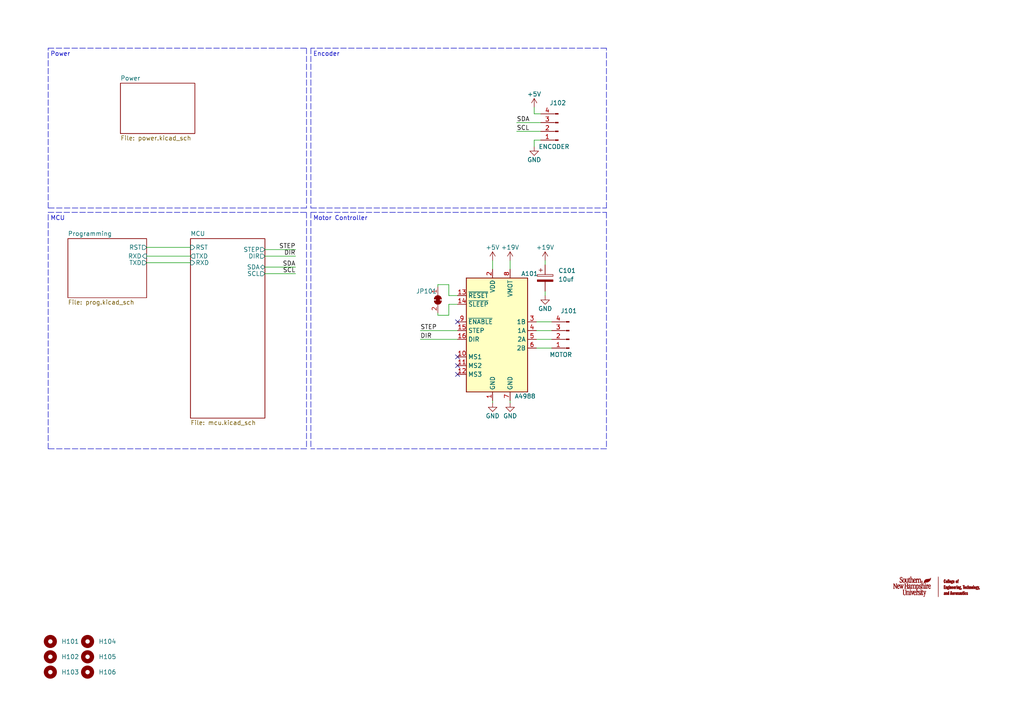
<source format=kicad_sch>
(kicad_sch (version 20211123) (generator eeschema)
  (paper "A4")
  (title_block (title "Inverted Pendulum Controller") (date "${ISSUE}") (rev "${REVISION}") (company "SNHU") (comment 4 "Release: ${FULL_REVISION}"))
  (lib_symbols
    (symbol "Connector:Conn_01x04_Male" (pin_names (offset 1.016) hide)
      (property "Reference" "J" (at 0 5.08 0))
      (property "Value" "Conn_01x04_Male" (at 0 -7.62 0))
      (symbol "Conn_01x04_Male_1_1"
        (pin passive line (at 5.08 2.54 180) (length 3.81) (name "Pin_1") (number "1"))
        (pin passive line (at 5.08 0 180) (length 3.81) (name "Pin_2") (number "2"))
        (pin passive line (at 5.08 -2.54 180) (length 3.81) (name "Pin_3") (number "3"))
        (pin passive line (at 5.08 -5.08 180) (length 3.81) (name "Pin_4") (number "4"))
      )
    )
    (symbol "Device:C_Polarized" (pin_numbers hide) (pin_names (offset 0.254))
      (property "Reference" "C" (at 0.635 2.54 0))
      (property "Value" "C_Polarized" (at 0.635 -2.54 0))
      (symbol "C_Polarized_1_1"
        (pin passive line (at 0 3.81 270) (length 2.794) (name "~") (number "1"))
        (pin passive line (at 0 -3.81 90) (length 2.794) (name "~") (number "2"))
      )
    )
    (symbol "Driver_Motor:Pololu_Breakout_A4988"
      (property "Reference" "A" (at -2.54 19.05 0))
      (property "Value" "Pololu_Breakout_A4988" (at -2.54 16.51 0))
      (symbol "Pololu_Breakout_A4988_1_1"
        (pin power_in line (at 0 -20.32 90) (length 2.54) (name "GND") (number "1"))
        (pin input line (at -10.16 -7.62 0) (length 2.54) (name "MS1") (number "10"))
        (pin input line (at -10.16 -10.16 0) (length 2.54) (name "MS2") (number "11"))
        (pin input line (at -10.16 -12.7 0) (length 2.54) (name "MS3") (number "12"))
        (pin input line (at -10.16 10.16 0) (length 2.54) (name "~{RESET}") (number "13"))
        (pin input line (at -10.16 7.62 0) (length 2.54) (name "~{SLEEP}") (number "14"))
        (pin input line (at -10.16 0 0) (length 2.54) (name "STEP") (number "15"))
        (pin input line (at -10.16 -2.54 0) (length 2.54) (name "DIR") (number "16"))
        (pin power_in line (at 0 17.78 270) (length 2.54) (name "VDD") (number "2"))
        (pin output line (at 12.7 2.54 180) (length 2.54) (name "1B") (number "3"))
        (pin output line (at 12.7 0 180) (length 2.54) (name "1A") (number "4"))
        (pin output line (at 12.7 -2.54 180) (length 2.54) (name "2A") (number "5"))
        (pin output line (at 12.7 -5.08 180) (length 2.54) (name "2B") (number "6"))
        (pin power_in line (at 5.08 -20.32 90) (length 2.54) (name "GND") (number "7"))
        (pin power_in line (at 5.08 17.78 270) (length 2.54) (name "VMOT") (number "8"))
        (pin input line (at -10.16 2.54 0) (length 2.54) (name "~{ENABLE}") (number "9"))
      )
    )
    (symbol "Jumper:SolderJumper_2_Bridged" (pin_names (offset 0) hide)
      (property "Reference" "JP" (at 0 2.032 0))
      (property "Value" "SolderJumper_2_Bridged" (at 0 -2.54 0))
      (symbol "SolderJumper_2_Bridged_1_1"
        (pin passive line (at -3.81 0 0) (length 2.54) (name "A") (number "1"))
        (pin passive line (at 3.81 0 180) (length 2.54) (name "B") (number "2"))
      )
    )
    (symbol "KenwoodFox:+19V" (power) (pin_names (offset 0))
      (property "Value" "+19V" (at 0 3.556 0))
      (symbol "+19V_1_1"
        (pin power_in line (at 0 0 90) (length 0) hide (name "+19V") (number "1"))
      )
    )
    (symbol "KenwoodFox:SNHU_CETA_LOGO" (pin_names (offset 1.016)))
    (symbol "Mechanical:MountingHole" (pin_names (offset 1.016))
      (property "Reference" "H" (at 0 5.08 0))
      (property "Value" "MountingHole" (at 0 3.175 0))
    )
    (symbol "power:+5V" (power) (pin_names (offset 0))
      (property "Value" "+5V" (at 0 3.556 0))
      (symbol "+5V_1_1"
        (pin power_in line (at 0 0 90) (length 0) hide (name "+5V") (number "1"))
      )
    )
    (symbol "power:GND" (power) (pin_names (offset 0))
      (property "Value" "GND" (at 0 -3.81 0))
      (symbol "GND_1_1"
        (pin power_in line (at 0 0 270) (length 0) hide (name "GND") (number "1"))
      )
    )
  )
  (no_connect (at 132.715 106.045))
  (no_connect (at 132.715 103.505))
  (no_connect (at 132.715 93.345))
  (no_connect (at 132.715 108.585))
  (polyline (pts (xy 13.97 61.595) (xy 88.9 61.595)))
  (polyline (pts (xy 13.97 60.325) (xy 13.97 13.97)))
  (wire (pts (xy 158.115 75.565) (xy 158.115 76.835)))
  (wire (pts (xy 132.715 88.265) (xy 130.175 88.265)))
  (wire (pts (xy 121.92 98.425) (xy 132.715 98.425)))
  (wire (pts (xy 42.545 74.295) (xy 55.245 74.295)))
  (polyline (pts (xy 90.17 61.595) (xy 175.895 61.595)))
  (polyline (pts (xy 88.9 61.595) (xy 88.9 130.175)))
  (wire (pts (xy 127 91.44) (xy 127 90.805)))
  (polyline (pts (xy 13.97 13.97) (xy 88.9 13.97)))
  (wire (pts (xy 76.835 74.295) (xy 85.725 74.295)))
  (wire (pts (xy 154.94 42.545) (xy 154.94 40.64)))
  (wire (pts (xy 155.575 95.885) (xy 160.02 95.885)))
  (wire (pts (xy 121.92 95.885) (xy 132.715 95.885)))
  (wire (pts (xy 42.545 76.2) (xy 55.245 76.2)))
  (polyline (pts (xy 88.9 130.175) (xy 13.97 130.175)))
  (wire (pts (xy 42.545 71.755) (xy 55.245 71.755)))
  (wire (pts (xy 149.86 35.56) (xy 156.845 35.56)))
  (wire (pts (xy 130.175 85.725) (xy 132.715 85.725)))
  (wire (pts (xy 76.835 79.375) (xy 85.725 79.375)))
  (wire (pts (xy 155.575 98.425) (xy 160.02 98.425)))
  (polyline (pts (xy 90.17 60.325) (xy 175.895 60.325)))
  (polyline (pts (xy 88.9 60.325) (xy 13.97 60.325)))
  (wire (pts (xy 158.115 84.455) (xy 158.115 85.725)))
  (wire (pts (xy 142.875 75.565) (xy 142.875 78.105)))
  (wire (pts (xy 149.86 38.1) (xy 156.845 38.1)))
  (wire (pts (xy 155.575 100.965) (xy 160.02 100.965)))
  (wire (pts (xy 154.94 33.02) (xy 156.845 33.02)))
  (wire (pts (xy 155.575 93.345) (xy 160.02 93.345)))
  (wire (pts (xy 147.955 75.565) (xy 147.955 78.105)))
  (polyline (pts (xy 175.895 130.175) (xy 90.17 130.175)))
  (polyline (pts (xy 175.895 13.97) (xy 90.17 13.97)))
  (wire (pts (xy 142.875 116.205) (xy 142.875 116.84)))
  (polyline (pts (xy 90.17 61.595) (xy 90.17 130.175)))
  (polyline (pts (xy 175.895 60.325) (xy 175.895 13.97)))
  (wire (pts (xy 130.175 88.265) (xy 130.175 91.44)))
  (wire (pts (xy 127 83.185) (xy 127 82.55)))
  (wire (pts (xy 76.835 77.47) (xy 85.725 77.47)))
  (wire (pts (xy 154.94 40.64) (xy 156.845 40.64)))
  (wire (pts (xy 76.835 72.39) (xy 85.725 72.39)))
  (wire (pts (xy 130.175 91.44) (xy 127 91.44)))
  (polyline (pts (xy 13.97 130.175) (xy 13.97 61.595)))
  (wire (pts (xy 127 82.55) (xy 130.175 82.55)))
  (wire (pts (xy 147.955 116.205) (xy 147.955 116.84)))
  (wire (pts (xy 154.94 31.115) (xy 154.94 33.02)))
  (polyline (pts (xy 88.9 13.97) (xy 88.9 60.325)))
  (wire (pts (xy 130.175 82.55) (xy 130.175 85.725)))
  (polyline (pts (xy 175.895 61.595) (xy 175.895 130.175)))
  (polyline (pts (xy 90.17 13.97) (xy 90.17 60.325)))
  (text "Power" (at 14.605 16.51 0) (effects (font (size 1.27 1.27)) (justify left bottom)))
  (text "Encoder" (at 90.805 16.51 0) (effects (font (size 1.27 1.27)) (justify left bottom)))
  (text "MCU" (at 14.605 64.135 0) (effects (font (size 1.27 1.27)) (justify left bottom)))
  (text "Motor Controller" (at 90.805 64.135 0) (effects (font (size 1.27 1.27)) (justify left bottom)))
  (label "SDA" (at 85.725 77.47 180))
  (label "SDA" (at 149.86 35.56 0))
  (label "SCL" (at 149.86 38.1 0))
  (label "STEP" (at 121.92 95.885 0))
  (label "DIR" (at 85.725 74.295 180))
  (label "DIR" (at 121.92 98.425 0))
  (label "STEP" (at 85.725 72.39 180))
  (label "SCL" (at 85.725 79.375 180))
  (symbol (lib_id "KenwoodFox:SNHU_CETA_LOGO") (at 271.78 170.18 0) (unit 1)
    (property "Reference" "#SNHU_CETA_LOGO101" (effects hide))
    (property "Value" "SNHU_CETA_LOGO" (effects hide))
  )
  (symbol (lib_id "KenwoodFox:+19V") (at 147.955 75.565 0) (unit 1)
    (property "Reference" "#PWR0101" (effects hide))
    (property "Value" "+19V" (at 147.955 71.755 0))
  )
  (symbol (lib_id "Connector:Conn_01x04_Male") (at 165.1 98.425 180) (unit 1)
    (property "Reference" "J101" (at 162.56 90.17 0) (effects (justify right)))
    (property "Value" "MOTOR" (at 159.385 102.87 0) (effects (justify right)))
    (property "Footprint" "Connector_JST:JST_EH_B4B-EH-A_1x04_P2.50mm_Vertical" (effects hide))
  )
  (symbol (lib_id "Mechanical:MountingHole") (at 25.4 190.5 0) (unit 1)
    (property "Reference" "H105" (at 28.575 190.4999 0) (effects (justify left)))
    (property "Value" "PiMountingHole" (effects hide))
    (property "Footprint" "MountingHole:MountingHole_2.7mm" (effects hide))
  )
  (symbol (lib_id "power:GND") (at 147.955 116.84 0) (unit 1)
    (property "Reference" "#PWR0104" (effects hide))
    (property "Value" "GND" (at 147.955 120.65 0))
  )
  (symbol (lib_id "Mechanical:MountingHole") (at 25.4 194.945 0) (unit 1)
    (property "Reference" "H106" (at 28.575 194.9449 0) (effects (justify left)))
    (property "Value" "PiMountingHole" (effects hide))
    (property "Footprint" "MountingHole:MountingHole_2.7mm" (effects hide))
  )
  (symbol (lib_id "power:GND") (at 154.94 42.545 0) (unit 1)
    (property "Reference" "#PWR0131" (effects hide))
    (property "Value" "GND" (at 154.94 46.355 0))
  )
  (symbol (lib_id "Connector:Conn_01x04_Male") (at 161.925 38.1 180) (unit 1)
    (property "Reference" "J102" (at 159.385 29.845 0) (effects (justify right)))
    (property "Value" "ENCODER" (at 156.21 42.545 0) (effects (justify right)))
    (property "Footprint" "Connector_JST:JST_EH_B4B-EH-A_1x04_P2.50mm_Vertical" (effects hide))
  )
  (symbol (lib_id "Mechanical:MountingHole") (at 14.605 194.945 0) (unit 1)
    (property "Reference" "H103" (at 17.78 194.9449 0) (effects (justify left)))
    (property "Value" "PiMountingHole" (effects hide))
    (property "Footprint" "MountingHole:MountingHole_2.7mm" (effects hide))
  )
  (symbol (lib_id "power:GND") (at 142.875 116.84 0) (unit 1)
    (property "Reference" "#PWR0103" (effects hide))
    (property "Value" "GND" (at 142.875 120.65 0))
  )
  (symbol (lib_id "Mechanical:MountingHole") (at 14.605 190.5 0) (unit 1)
    (property "Reference" "H102" (at 17.78 190.4999 0) (effects (justify left)))
    (property "Value" "PiMountingHole" (effects hide))
    (property "Footprint" "MountingHole:MountingHole_2.7mm" (effects hide))
  )
  (symbol (lib_id "Jumper:SolderJumper_2_Bridged") (at 127 86.995 270) (unit 1)
    (property "Reference" "JP101" (at 120.65 84.455 90) (effects (justify left)))
    (property "Value" "SolderJumper_2_Bridged" (effects hide))
    (property "Footprint" "Jumper:SolderJumper-2_P1.3mm_Bridged2Bar_Pad1.0x1.5mm" (effects hide))
  )
  (symbol (lib_id "Driver_Motor:Pololu_Breakout_A4988") (at 142.875 95.885 0) (unit 1)
    (property "Reference" "A101" (at 151.13 79.375 0) (effects (justify left)))
    (property "Value" "A4988" (at 149.225 114.935 0) (effects (justify left)))
    (property "Footprint" "Module:Pololu_Breakout-16_15.2x20.3mm" (effects hide))
    (property "Datasheet" "https://www.pololu.com/product/2980/pictures" (effects hide))
  )
  (symbol (lib_id "KenwoodFox:+19V") (at 158.115 75.565 0) (unit 1)
    (property "Reference" "#PWR0102" (effects hide))
    (property "Value" "+19V" (at 158.115 71.755 0))
  )
  (symbol (lib_id "power:+5V") (at 142.875 75.565 0) (unit 1)
    (property "Reference" "#PWR0106" (effects hide))
    (property "Value" "+5V" (at 142.875 71.755 0))
  )
  (symbol (lib_id "Mechanical:MountingHole") (at 14.605 186.055 0) (unit 1)
    (property "Reference" "H101" (at 17.78 186.0549 0) (effects (justify left)))
    (property "Value" "PiMountingHole" (effects hide))
    (property "Footprint" "MountingHole:MountingHole_2.7mm" (effects hide))
  )
  (symbol (lib_id "Device:C_Polarized") (at 158.115 80.645 0) (unit 1)
    (property "Reference" "C101" (at 161.925 78.4859 0) (effects (justify left)))
    (property "Value" "10uf" (at 161.925 81.0259 0) (effects (justify left)))
    (property "Footprint" "Capacitor_THT:CP_Radial_D10.0mm_P3.80mm" (effects hide))
  )
  (symbol (lib_id "power:+5V") (at 154.94 31.115 0) (unit 1)
    (property "Reference" "#PWR0132" (effects hide))
    (property "Value" "+5V" (at 154.94 27.305 0))
  )
  (symbol (lib_id "power:GND") (at 158.115 85.725 0) (unit 1)
    (property "Reference" "#PWR0105" (effects hide))
    (property "Value" "GND" (at 158.115 89.535 0))
  )
  (symbol (lib_id "Mechanical:MountingHole") (at 25.4 186.055 0) (unit 1)
    (property "Reference" "H104" (at 28.575 186.0549 0) (effects (justify left)))
    (property "Value" "PiMountingHole" (effects hide))
    (property "Footprint" "MountingHole:MountingHole_2.7mm" (effects hide))
  )
  (sheet (at 55.245 69.215) (size 21.59 52.07) (stroke (width 0.1524))
    (property "Sheet name" "MCU" (at 55.245 68.5034 0) (effects (justify left bottom)))
    (property "Sheet file" "mcu.kicad_sch" (at 55.245 121.8696 0) (effects (justify left top)))
    (pin "RXD" input (at 55.245 76.2 180))
    (pin "TXD" output (at 55.245 74.295 180))
    (pin "RST" input (at 55.245 71.755 180))
    (pin "STEP" output (at 76.835 72.39 0))
    (pin "DIR" output (at 76.835 74.295 0))
    (pin "SDA" bidirectional (at 76.835 77.47 0))
    (pin "SCL" output (at 76.835 79.375 0))
  )
  (sheet (at 19.685 69.215) (size 22.86 17.145) (stroke (width 0.1524))
    (property "Sheet name" "Programming" (at 19.685 68.5034 0) (effects (justify left bottom)))
    (property "Sheet file" "prog.kicad_sch" (at 19.685 86.9446 0) (effects (justify left top)))
    (pin "RST" output (at 42.545 71.755 0))
    (pin "RXD" input (at 42.545 74.295 0))
    (pin "TXD" output (at 42.545 76.2 0))
  )
  (sheet (at 34.925 24.13) (size 21.59 14.605) (stroke (width 0.1524))
    (property "Sheet name" "Power" (at 34.925 23.4184 0) (effects (justify left bottom)))
    (property "Sheet file" "power.kicad_sch" (at 34.925 39.3196 0) (effects (justify left top)))
  )
)
</source>
